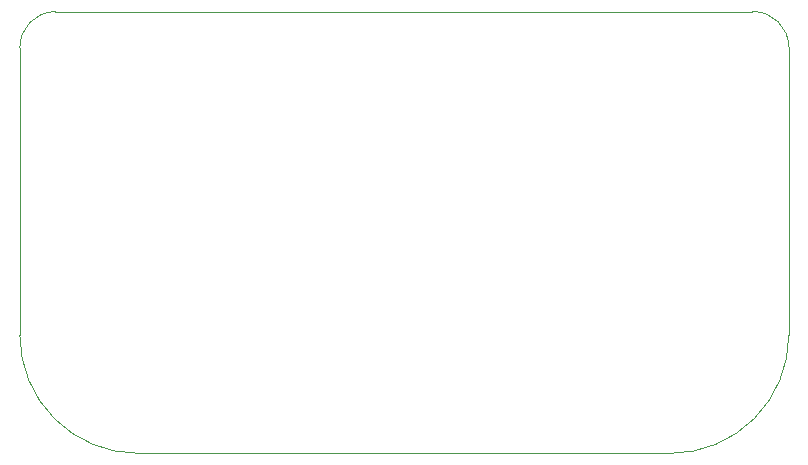
<source format=gbr>
%TF.GenerationSoftware,KiCad,Pcbnew,(6.0.2)*%
%TF.CreationDate,2022-03-06T23:45:21-05:00*%
%TF.ProjectId,PB16_2_PI,50423136-5f32-45f5-9049-2e6b69636164,rev?*%
%TF.SameCoordinates,Original*%
%TF.FileFunction,Profile,NP*%
%FSLAX46Y46*%
G04 Gerber Fmt 4.6, Leading zero omitted, Abs format (unit mm)*
G04 Created by KiCad (PCBNEW (6.0.2)) date 2022-03-06 23:45:21*
%MOMM*%
%LPD*%
G01*
G04 APERTURE LIST*
%TA.AperFunction,Profile*%
%ADD10C,0.100000*%
%TD*%
G04 APERTURE END LIST*
D10*
X195400000Y-37600000D02*
X136400000Y-37600000D01*
X133400000Y-65000000D02*
G75*
G03*
X143400000Y-75000000I9999999J-1D01*
G01*
X198500000Y-65000000D02*
X198501666Y-40600000D01*
X188500000Y-75000000D02*
G75*
G03*
X198500000Y-65000000I1J9999999D01*
G01*
X198501666Y-40600000D02*
G75*
G03*
X195400000Y-37600000I-3001666J0D01*
G01*
X143400000Y-75000000D02*
X188500000Y-75000000D01*
X136400000Y-37600000D02*
G75*
G03*
X133400000Y-40701666I0J-3001666D01*
G01*
X133400000Y-40701666D02*
X133400000Y-65000000D01*
M02*

</source>
